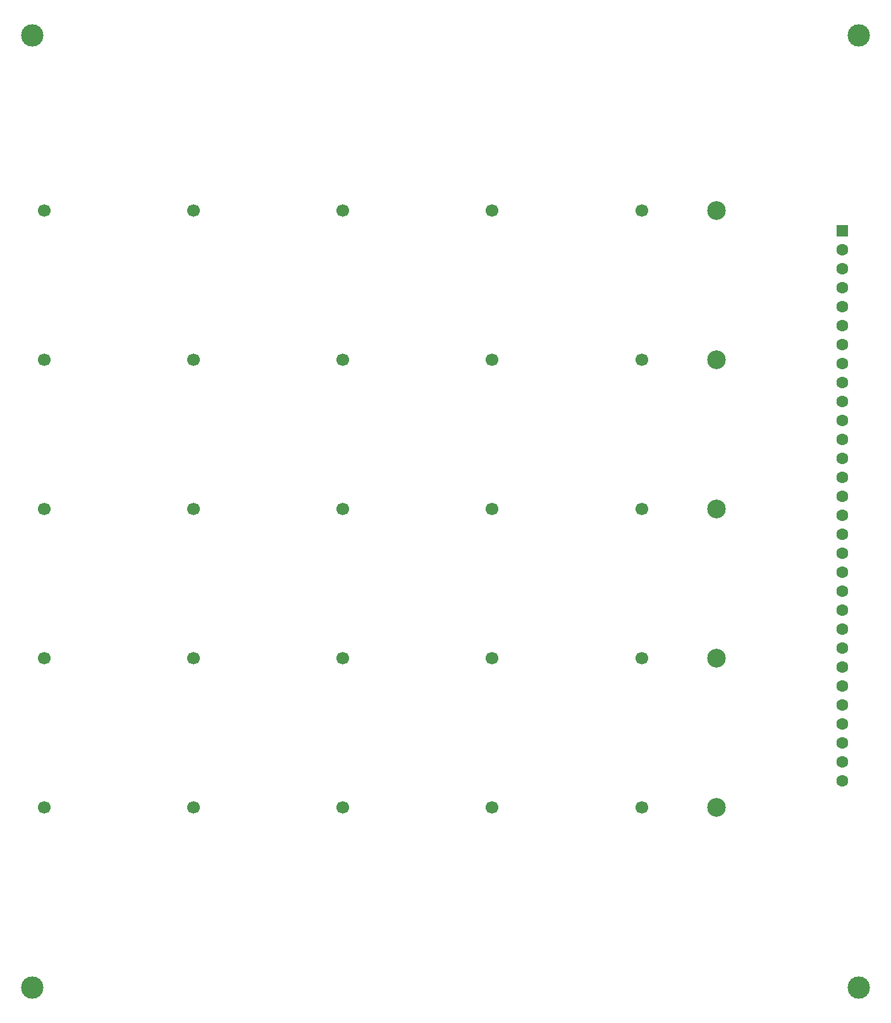
<source format=gbl>
%FSAX44Y44*%
%MOMM*%
G71*
G01*
G75*
G04 Layer_Physical_Order=2*
G04 Layer_Color=16711680*
%ADD10C,0.2540*%
%ADD11C,0.7000*%
%ADD12C,0.3000*%
%ADD13C,2.5000*%
%ADD14C,1.7000*%
%ADD15C,1.6000*%
%ADD16R,1.6000X1.6000*%
%ADD17C,3.0000*%
D13*
X01471000Y01531230D02*
D03*
Y00931230D02*
D03*
Y01131230D02*
D03*
Y00731230D02*
D03*
Y01331230D02*
D03*
D14*
X00571000Y00731230D02*
D03*
X00771000D02*
D03*
X00971000D02*
D03*
X01171000D02*
D03*
X01371000D02*
D03*
X00571000Y00931230D02*
D03*
X00771000D02*
D03*
X00971000D02*
D03*
X01171000D02*
D03*
X01371000D02*
D03*
X00571000Y01131230D02*
D03*
X00771000D02*
D03*
X00971000D02*
D03*
X01171000D02*
D03*
X01371000D02*
D03*
X00571000Y01331230D02*
D03*
X00771000D02*
D03*
X00971000D02*
D03*
X01171000Y01331230D02*
D03*
X01371000Y01331230D02*
D03*
Y01531230D02*
D03*
X01171000D02*
D03*
X00971000D02*
D03*
X00771000D02*
D03*
X00571000D02*
D03*
D15*
X01639870Y00767380D02*
D03*
Y00792780D02*
D03*
Y00818180D02*
D03*
Y00843580D02*
D03*
Y00868980D02*
D03*
Y00894380D02*
D03*
Y00919780D02*
D03*
Y00945180D02*
D03*
Y00970580D02*
D03*
Y00995980D02*
D03*
Y01021380D02*
D03*
Y01046780D02*
D03*
Y01072180D02*
D03*
Y01097580D02*
D03*
Y01122980D02*
D03*
Y01148380D02*
D03*
Y01173780D02*
D03*
Y01199180D02*
D03*
Y01224580D02*
D03*
Y01249980D02*
D03*
Y01275380D02*
D03*
Y01300780D02*
D03*
Y01326180D02*
D03*
Y01351580D02*
D03*
Y01376980D02*
D03*
Y01402380D02*
D03*
Y01427780D02*
D03*
Y01453180D02*
D03*
Y01478580D02*
D03*
D16*
Y01503980D02*
D03*
D17*
X00555290Y01765600D02*
D03*
X01661460D02*
D03*
Y00490520D02*
D03*
X00555290D02*
D03*
M02*

</source>
